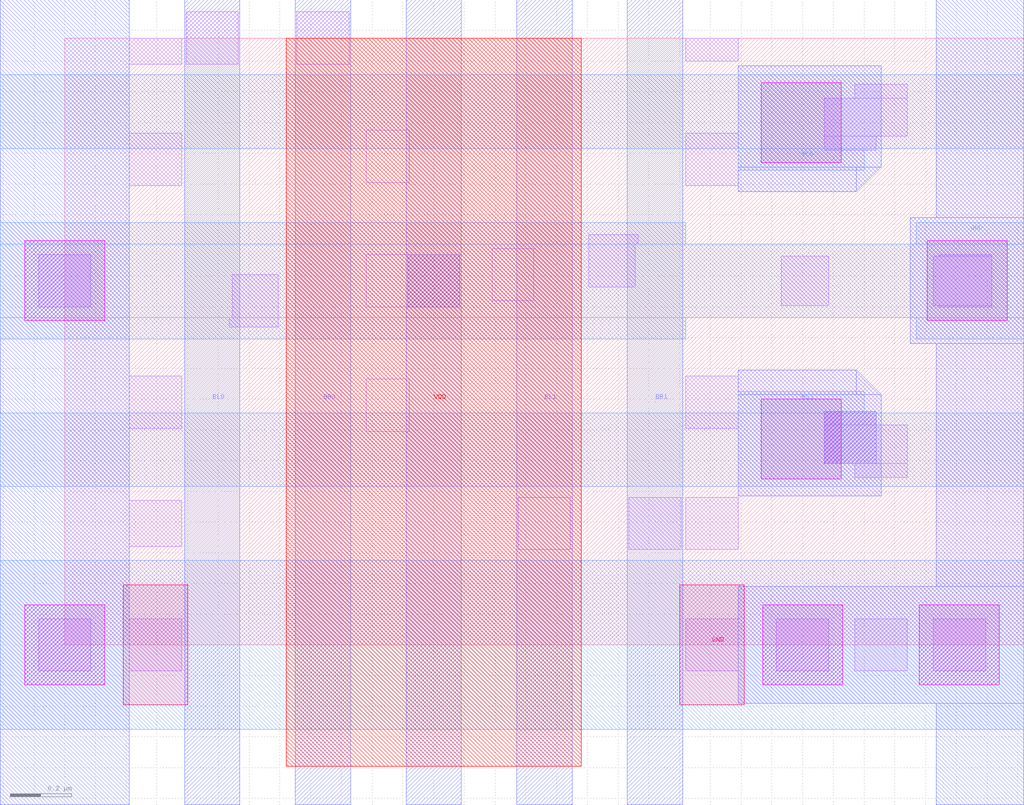
<source format=lef>
# Copyright 2020 The SkyWater PDK Authors
#
# Licensed under the Apache License, Version 2.0 (the "License");
# you may not use this file except in compliance with the License.
# You may obtain a copy of the License at
#
#     https://www.apache.org/licenses/LICENSE-2.0
#
# Unless required by applicable law or agreed to in writing, software
# distributed under the License is distributed on an "AS IS" BASIS,
# WITHOUT WARRANTIES OR CONDITIONS OF ANY KIND, either express or implied.
# See the License for the specific language governing permissions and
# limitations under the License.
#
# SPDX-License-Identifier: Apache-2.0

VERSION 5.7 ;
  NOWIREEXTENSIONATPIN ON ;
  DIVIDERCHAR "/" ;
  BUSBITCHARS "[]" ;
MACRO sky130_fd_bd_sram__openram_dp_cell
  CLASS BLOCK ;
  FOREIGN sky130_fd_bd_sram__openram_dp_cell ;
  ORIGIN  0.000000  0.000000 ;
  SIZE  3.120000 BY  1.975000 ;
  PIN BL0
    ANTENNADIFFAREA  0.025200 ;
    PORT
      LAYER met1 ;
        RECT 0.390000 -0.520000 0.570000 2.100000 ;
    END
  END BL0
  PIN BL1
    ANTENNADIFFAREA  0.050400 ;
    PORT
      LAYER met1 ;
        RECT 1.470000 -0.520000 1.650000 2.100000 ;
    END
  END BL1
  PIN BR0
    ANTENNADIFFAREA  0.025200 ;
    PORT
      LAYER met1 ;
        RECT 0.750000 -0.520000 0.930000 2.100000 ;
    END
  END BR0
  PIN BR1
    ANTENNADIFFAREA  0.050400 ;
    PORT
      LAYER met1 ;
        RECT 1.830000 -0.520000 2.010000 2.100000 ;
    END
  END BR1
  PIN GND
    ANTENNADIFFAREA  0.381800 ;
    ANTENNAGATEAREA  0.067200 ;
    PORT
      LAYER met2 ;
        RECT -0.210000 -0.275000 3.120000 0.275000 ;
        RECT -0.210000  0.995000 2.020000 1.065000 ;
        RECT -0.210000  1.065000 3.120000 1.305000 ;
        RECT -0.210000  1.305000 2.020000 1.375000 ;
        RECT  2.770000  0.995000 3.120000 1.065000 ;
        RECT  2.770000  1.305000 3.120000 1.375000 ;
      LAYER pwell ;
        RECT 0.190000 -0.195000 0.400000 0.195000 ;
        RECT 2.000000 -0.195000 2.210000 0.195000 ;
    END
  END GND
  PIN VDD
    ANTENNADIFFAREA  0.128800 ;
    PORT
      LAYER met1 ;
        RECT 1.110000 -0.520000 1.290000 2.100000 ;
      LAYER nwell ;
        RECT 0.720000 -0.395000 1.680000 1.975000 ;
    END
  END VDD
  PIN WL0
    ANTENNAGATEAREA  0.063000 ;
    PORT
      LAYER met2 ;
        RECT -0.210000 1.615000 3.120000 1.855000 ;
        RECT  2.190000 1.545000 2.600000 1.615000 ;
    END
  END WL0
  PIN WL1
    ANTENNAGATEAREA  0.063000 ;
    PORT
      LAYER met2 ;
        RECT -0.210000 0.515000 3.120000 0.755000 ;
        RECT  2.190000 0.755000 2.600000 0.825000 ;
    END
  END WL1
  OBS
    LAYER li1 ;
      RECT -0.085000 -0.085000 0.085000 0.085000 ;
      RECT -0.085000  1.100000 0.085000 1.270000 ;
      RECT  0.210000 -0.085000 0.380000 0.085000 ;
      RECT  0.210000  0.320000 0.380000 0.470000 ;
      RECT  0.210000  0.705000 0.380000 0.875000 ;
      RECT  0.210000  1.495000 0.380000 1.665000 ;
      RECT  0.210000  1.890000 0.380000 1.975000 ;
      RECT  0.395000  1.890000 0.565000 2.060000 ;
      RECT  0.535000  1.035000 0.695000 1.065000 ;
      RECT  0.545000  1.065000 0.695000 1.205000 ;
      RECT  0.755000  1.890000 0.925000 2.060000 ;
      RECT  0.980000  0.695000 1.120000 0.865000 ;
      RECT  0.980000  1.100000 1.285000 1.270000 ;
      RECT  0.980000  1.505000 1.120000 1.675000 ;
      RECT  1.390000  1.120000 1.525000 1.290000 ;
      RECT  1.475000  0.310000 1.645000 0.480000 ;
      RECT  1.705000  1.165000 1.855000 1.305000 ;
      RECT  1.705000  1.305000 1.865000 1.335000 ;
      RECT  1.835000  0.310000 2.005000 0.480000 ;
      RECT  2.020000 -0.085000 2.190000 0.085000 ;
      RECT  2.020000  0.310000 2.190000 0.480000 ;
      RECT  2.020000  0.705000 2.190000 0.875000 ;
      RECT  2.020000  1.495000 2.190000 1.665000 ;
      RECT  2.020000  1.900000 2.190000 1.975000 ;
      RECT  2.315000 -0.085000 2.485000 0.085000 ;
      RECT  2.330000  1.105000 2.485000 1.265000 ;
      RECT  2.470000  0.590000 2.740000 0.715000 ;
      RECT  2.470000  0.715000 2.640000 0.760000 ;
      RECT  2.470000  1.610000 2.640000 1.655000 ;
      RECT  2.470000  1.655000 2.740000 1.780000 ;
      RECT  2.570000 -0.085000 2.740000 0.085000 ;
      RECT  2.570000  0.545000 2.740000 0.590000 ;
      RECT  2.570000  1.780000 2.740000 1.825000 ;
      RECT  2.825000 -0.085000 2.995000 0.085000 ;
      RECT  2.825000  1.105000 3.015000 1.265000 ;
      RECT  2.845000  1.100000 3.015000 1.105000 ;
      RECT  2.845000  1.265000 3.015000 1.270000 ;
    LAYER mcon ;
      RECT 1.115000 1.100000 1.285000 1.270000 ;
      RECT 2.470000 0.590000 2.640000 0.760000 ;
    LAYER met1 ;
      POLYGON  2.575000  0.895000 2.655000  0.815000 2.575000 0.815000 ;
      POLYGON  2.575000  1.555000 2.655000  1.555000 2.575000 1.475000 ;
      RECT -0.210000 -0.520000 0.210000  2.100000 ;
      RECT  2.190000 -0.190000 3.120000  0.190000 ;
      RECT  2.190000  0.485000 2.655000  0.815000 ;
      RECT  2.190000  0.815000 2.575000  0.895000 ;
      RECT  2.190000  1.475000 2.575000  1.555000 ;
      RECT  2.190000  1.555000 2.655000  1.885000 ;
      RECT  2.750000  0.980000 3.120000  1.390000 ;
      RECT  2.835000 -0.520000 3.120000 -0.190000 ;
      RECT  2.835000  0.190000 3.120000  0.980000 ;
      RECT  2.835000  1.390000 3.120000  2.100000 ;
    LAYER via ;
      RECT -0.130000 -0.130000 0.130000 0.130000 ;
      RECT -0.130000  1.055000 0.130000 1.315000 ;
      RECT  2.265000  0.540000 2.525000 0.800000 ;
      RECT  2.265000  1.570000 2.525000 1.830000 ;
      RECT  2.270000 -0.130000 2.530000 0.130000 ;
      RECT  2.780000 -0.130000 3.040000 0.130000 ;
      RECT  2.805000  1.055000 3.065000 1.315000 ;
  END
END sky130_fd_bd_sram__openram_dp_cell
END LIBRARY

</source>
